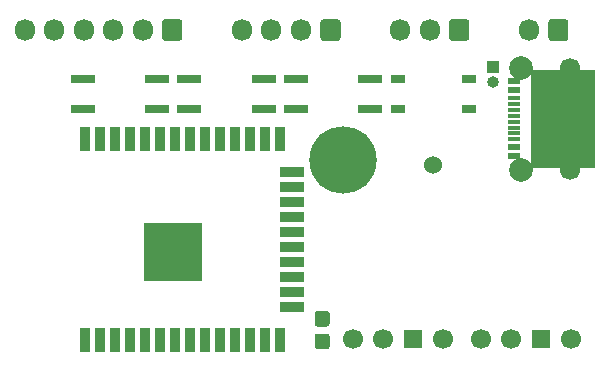
<source format=gbr>
%TF.GenerationSoftware,KiCad,Pcbnew,(5.1.9-0-10_14)*%
%TF.CreationDate,2021-05-01T12:08:51+01:00*%
%TF.ProjectId,Access,41636365-7373-42e6-9b69-6361645f7063,rev?*%
%TF.SameCoordinates,Original*%
%TF.FileFunction,Soldermask,Top*%
%TF.FilePolarity,Negative*%
%FSLAX46Y46*%
G04 Gerber Fmt 4.6, Leading zero omitted, Abs format (unit mm)*
G04 Created by KiCad (PCBNEW (5.1.9-0-10_14)) date 2021-05-01 12:08:51*
%MOMM*%
%LPD*%
G01*
G04 APERTURE LIST*
%ADD10O,1.000000X1.000000*%
%ADD11R,1.000000X1.000000*%
%ADD12C,5.700000*%
%ADD13R,5.490000X8.340000*%
%ADD14R,1.140000X0.600000*%
%ADD15C,1.700000*%
%ADD16C,2.000000*%
%ADD17R,1.140000X0.300000*%
%ADD18C,1.524000*%
%ADD19R,1.200000X0.800000*%
%ADD20R,2.000000X0.640000*%
%ADD21R,0.900000X2.000000*%
%ADD22R,2.000000X0.900000*%
%ADD23R,5.000000X5.000000*%
%ADD24R,1.524000X1.524000*%
%ADD25O,1.700000X1.850000*%
G04 APERTURE END LIST*
D10*
%TO.C,JP1*%
X152150000Y-55870000D03*
D11*
X152150000Y-54600000D03*
%TD*%
D12*
%TO.C,H1*%
X139450000Y-62500000D03*
%TD*%
D13*
%TO.C,J5*%
X158000000Y-59000000D03*
D14*
X153885000Y-61400000D03*
X153885000Y-56600000D03*
D15*
X158655000Y-54675000D03*
X158655000Y-63325000D03*
D16*
X154475000Y-54675000D03*
X154475000Y-63325000D03*
D17*
X153885000Y-58750000D03*
X153885000Y-59250000D03*
X153885000Y-58250000D03*
X153885000Y-59750000D03*
X153885000Y-57750000D03*
X153885000Y-60250000D03*
X153885000Y-57250000D03*
X153885000Y-60750000D03*
D14*
X153885000Y-55800000D03*
X153885000Y-62200000D03*
%TD*%
D18*
%TO.C,U6*%
X147050000Y-62900000D03*
%TD*%
D19*
%TO.C,U5*%
X150050000Y-58170000D03*
X150050000Y-55630000D03*
X144050000Y-55630000D03*
X144050000Y-58170000D03*
%TD*%
D20*
%TO.C,U4*%
X123700000Y-55630000D03*
X123700000Y-58170000D03*
X117400000Y-58170000D03*
X117400000Y-55630000D03*
%TD*%
%TO.C,U3*%
X132700000Y-55630000D03*
X132700000Y-58170000D03*
X126400000Y-58170000D03*
X126400000Y-55630000D03*
%TD*%
%TO.C,U2*%
X141700000Y-55630000D03*
X141700000Y-58170000D03*
X135400000Y-58170000D03*
X135400000Y-55630000D03*
%TD*%
D21*
%TO.C,U1*%
X117550000Y-60750000D03*
X118820000Y-60750000D03*
X120090000Y-60750000D03*
X121360000Y-60750000D03*
X122630000Y-60750000D03*
X123900000Y-60750000D03*
X125170000Y-60750000D03*
X126440000Y-60750000D03*
X127710000Y-60750000D03*
X128980000Y-60750000D03*
X130250000Y-60750000D03*
X131520000Y-60750000D03*
X132790000Y-60750000D03*
X134060000Y-60750000D03*
D22*
X135060000Y-63535000D03*
X135060000Y-64805000D03*
X135060000Y-66075000D03*
X135060000Y-67345000D03*
X135060000Y-68615000D03*
X135060000Y-69885000D03*
X135060000Y-71155000D03*
X135060000Y-72425000D03*
X135060000Y-73695000D03*
X135060000Y-74965000D03*
D21*
X134060000Y-77750000D03*
X132790000Y-77750000D03*
X131520000Y-77750000D03*
X130250000Y-77750000D03*
X128980000Y-77750000D03*
X127710000Y-77750000D03*
X126440000Y-77750000D03*
X125170000Y-77750000D03*
X123900000Y-77750000D03*
X122630000Y-77750000D03*
X121360000Y-77750000D03*
X120090000Y-77750000D03*
X118820000Y-77750000D03*
X117550000Y-77750000D03*
D23*
X125050000Y-70250000D03*
%TD*%
D15*
%TO.C,M2*%
X151080000Y-77630000D03*
X158700000Y-77630000D03*
D24*
X156160000Y-77630000D03*
D15*
X153620000Y-77630000D03*
%TD*%
%TO.C,M1*%
X140240000Y-77630000D03*
X147860000Y-77630000D03*
D24*
X145320000Y-77630000D03*
D15*
X142780000Y-77630000D03*
%TD*%
D25*
%TO.C,J4*%
X112450000Y-51500000D03*
X114950000Y-51500000D03*
X117450000Y-51500000D03*
X119950000Y-51500000D03*
X122450000Y-51500000D03*
G36*
G01*
X125800000Y-50825000D02*
X125800000Y-52175000D01*
G75*
G02*
X125550000Y-52425000I-250000J0D01*
G01*
X124350000Y-52425000D01*
G75*
G02*
X124100000Y-52175000I0J250000D01*
G01*
X124100000Y-50825000D01*
G75*
G02*
X124350000Y-50575000I250000J0D01*
G01*
X125550000Y-50575000D01*
G75*
G02*
X125800000Y-50825000I0J-250000D01*
G01*
G37*
%TD*%
%TO.C,J3*%
X130850000Y-51500000D03*
X133350000Y-51500000D03*
X135850000Y-51500000D03*
G36*
G01*
X139200000Y-50825000D02*
X139200000Y-52175000D01*
G75*
G02*
X138950000Y-52425000I-250000J0D01*
G01*
X137750000Y-52425000D01*
G75*
G02*
X137500000Y-52175000I0J250000D01*
G01*
X137500000Y-50825000D01*
G75*
G02*
X137750000Y-50575000I250000J0D01*
G01*
X138950000Y-50575000D01*
G75*
G02*
X139200000Y-50825000I0J-250000D01*
G01*
G37*
%TD*%
%TO.C,J2*%
X144250000Y-51500000D03*
X146750000Y-51500000D03*
G36*
G01*
X150100000Y-50825000D02*
X150100000Y-52175000D01*
G75*
G02*
X149850000Y-52425000I-250000J0D01*
G01*
X148650000Y-52425000D01*
G75*
G02*
X148400000Y-52175000I0J250000D01*
G01*
X148400000Y-50825000D01*
G75*
G02*
X148650000Y-50575000I250000J0D01*
G01*
X149850000Y-50575000D01*
G75*
G02*
X150100000Y-50825000I0J-250000D01*
G01*
G37*
%TD*%
%TO.C,J1*%
X155150000Y-51500000D03*
G36*
G01*
X158500000Y-50825000D02*
X158500000Y-52175000D01*
G75*
G02*
X158250000Y-52425000I-250000J0D01*
G01*
X157050000Y-52425000D01*
G75*
G02*
X156800000Y-52175000I0J250000D01*
G01*
X156800000Y-50825000D01*
G75*
G02*
X157050000Y-50575000I250000J0D01*
G01*
X158250000Y-50575000D01*
G75*
G02*
X158500000Y-50825000I0J-250000D01*
G01*
G37*
%TD*%
%TO.C,D1*%
G36*
G01*
X137250000Y-77200000D02*
X138050000Y-77200000D01*
G75*
G02*
X138300000Y-77450000I0J-250000D01*
G01*
X138300000Y-78275000D01*
G75*
G02*
X138050000Y-78525000I-250000J0D01*
G01*
X137250000Y-78525000D01*
G75*
G02*
X137000000Y-78275000I0J250000D01*
G01*
X137000000Y-77450000D01*
G75*
G02*
X137250000Y-77200000I250000J0D01*
G01*
G37*
G36*
G01*
X137250000Y-75275000D02*
X138050000Y-75275000D01*
G75*
G02*
X138300000Y-75525000I0J-250000D01*
G01*
X138300000Y-76350000D01*
G75*
G02*
X138050000Y-76600000I-250000J0D01*
G01*
X137250000Y-76600000D01*
G75*
G02*
X137000000Y-76350000I0J250000D01*
G01*
X137000000Y-75525000D01*
G75*
G02*
X137250000Y-75275000I250000J0D01*
G01*
G37*
%TD*%
M02*

</source>
